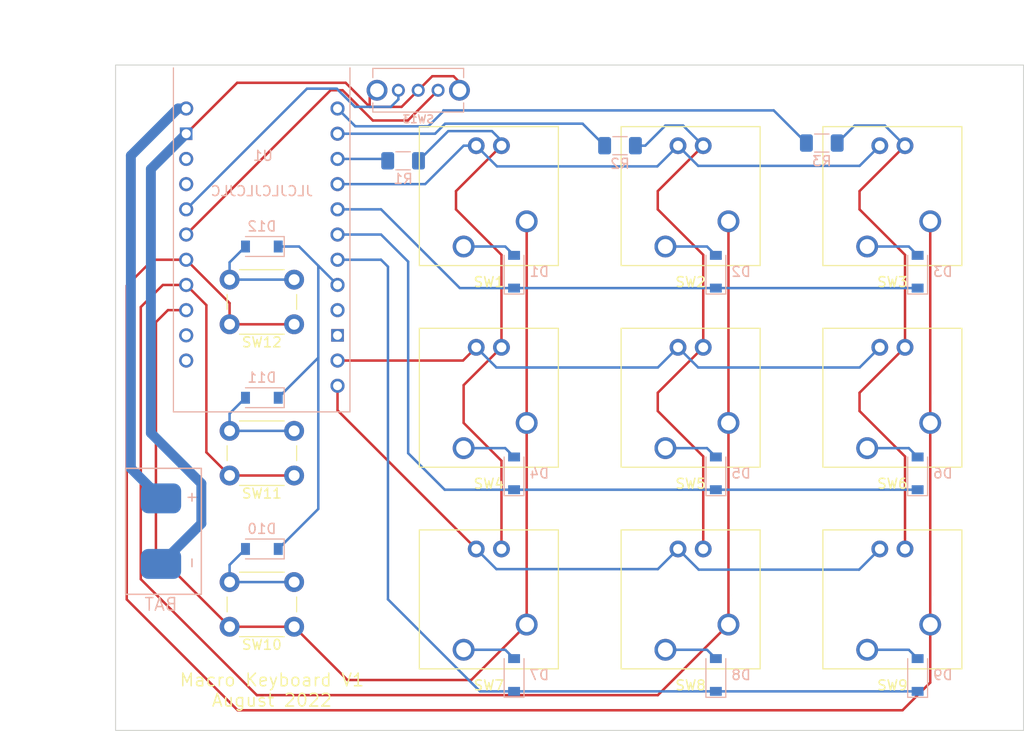
<source format=kicad_pcb>
(kicad_pcb (version 20211014) (generator pcbnew)
  (title_block (title "Macro Keyboard V1") (date "2022-08-28"))
  (layers (0 "F.Cu" signal) (31 "B.Cu" signal) (34 "B.Paste" user) (35 "F.Paste" user) (36 "B.SilkS" user "B.Silkscreen") (37 "F.SilkS" user "F.Silkscreen") (38 "B.Mask" user) (39 "F.Mask" user) (44 "Edge.Cuts" user))
  (net 0 "")
  (net 1 "ROW1")
  (net 2 "ROW2")
  (net 4 "ROW3")
  (net 7 "ROW4")
  (net 8 "COL1")
  (net 9 "COL2")
  (net 10 "Net-(D1-Pad2)")
  (net 11 "Net-(D2-Pad2)")
  (net 12 "GND")
  (net 14 "COL3")
  (net 15 "SPDT2")
  (net 16 "Net-(D3-Pad2)")
  (net 17 "SPDT1")
  (net 18 "Net-(D4-Pad2)")
  (net 19 "Net-(D5-Pad2)")
  (net 20 "Net-(D6-Pad2)")
  (net 22 "Net-(D7-Pad2)")
  (net 23 "Net-(D8-Pad2)")
  (net 24 "Net-(D9-Pad2)")
  (net 26 "Net-(D10-Pad2)")
  (net 27 "Net-(D11-Pad2)")
  (net 28 "Net-(D12-Pad2)")
  (net 29 "+BATT")
  (net 30 "LED_ROW3")
  (net 31 "LED_ROW2")
  (net 32 "LED_ROW1")
  (net 33 "LED_COL1")
  (net 34 "LED_COL2")
  (net 35 "LED_COL3")
  (net 36 "Net-(R1-Pad2)")
  (net 37 "Net-(R2-Pad2)")
  (net 38 "Net-(R3-Pad2)")
  (footprint "Macro-Keyboard-footprints:CherryMX_1.00u_LED" (layer "F.Cu") (at 73.66 76.2 180)
    (fp_text reference "SW7" (at 0 -8.6625 180) (layer "F.SilkS"))
    (fp_text value "Cherry MX")
    (fp_line (start 7 7) (end -7 7) (layer "F.SilkS") (width 0.12))
    (fp_line (start -7 -7) (end 7 -7) (layer "F.SilkS") (width 0.12))
    (fp_line (start 7 -7) (end 7 7) (layer "F.SilkS") (width 0.12))
    (fp_line (start -7 -7) (end -7 7) (layer "F.SilkS") (width 0.12))
    (pad "" np_thru_hole circle (at 5.08 0 180) (size 1.7 1.7) (drill 1.7) (layers *.Cu *.Mask))
    (pad "" np_thru_hole circle (at -5.08 0 180) (size 1.7 1.7) (drill 1.7) (layers *.Cu *.Mask))
    (pad "" np_thru_hole circle (at 0 0 180) (size 4 4) (drill 4) (layers *.Cu *.Mask))
    (pad "1" thru_hole circle (at -3.81 -2.54 180) (size 2.2 2.2) (drill 1.5) (layers *.Cu *.Mask) (net 8 "COL1"))
    (pad "2" thru_hole circle (at 2.54 -5.08 180) (size 2.2 2.2) (drill 1.5) (layers *.Cu *.Mask) (net 22 "Net-(D7-Pad2)"))
    (pad "3" thru_hole circle (at -1.27 5.08 180) (size 1.6906 1.6906) (drill 0.9906) (layers *.Cu *.Mask) (net 36 "Net-(R1-Pad2)"))
    (pad "4" thru_hole circle (at 1.27 5.08 180) (size 1.6906 1.6906) (drill 0.9906) (layers *.Cu *.Mask) (net 30 "LED_ROW3"))
  )
  (footprint "Macro-Keyboard-footprints:CherryMX_1.00u_LED" (layer "F.Cu") (at 93.98 76.2 180)
    (fp_text reference "SW8" (at 0 -8.6625 180) (layer "F.SilkS"))
    (fp_text value "Cherry MX")
    (fp_line (start -7 -7) (end -7 7) (layer "F.SilkS") (width 0.12))
    (fp_line (start 7 7) (end -7 7) (layer "F.SilkS") (width 0.12))
    (fp_line (start -7 -7) (end 7 -7) (layer "F.SilkS") (width 0.12))
    (fp_line (start 7 -7) (end 7 7) (layer "F.SilkS") (width 0.12))
    (pad "" np_thru_hole circle (at 5.08 0 180) (size 1.7 1.7) (drill 1.7) (layers *.Cu *.Mask))
    (pad "" np_thru_hole circle (at 0 0 180) (size 4 4) (drill 4) (layers *.Cu *.Mask))
    (pad "" np_thru_hole circle (at -5.08 0 180) (size 1.7 1.7) (drill 1.7) (layers *.Cu *.Mask))
    (pad "1" thru_hole circle (at -3.81 -2.54 180) (size 2.2 2.2) (drill 1.5) (layers *.Cu *.Mask) (net 9 "COL2"))
    (pad "2" thru_hole circle (at 2.54 -5.08 180) (size 2.2 2.2) (drill 1.5) (layers *.Cu *.Mask) (net 23 "Net-(D8-Pad2)"))
    (pad "3" thru_hole circle (at -1.27 5.08 180) (size 1.6906 1.6906) (drill 0.9906) (layers *.Cu *.Mask) (net 37 "Net-(R2-Pad2)"))
    (pad "4" thru_hole circle (at 1.27 5.08 180) (size 1.6906 1.6906) (drill 0.9906) (layers *.Cu *.Mask) (net 30 "LED_ROW3"))
  )
  (footprint "Macro-Keyboard-footprints:CherryMX_1.00u_LED" (layer "F.Cu") (at 93.98 35.56 180)
    (fp_text reference "SW2" (at 0 -8.6625 180) (layer "F.SilkS"))
    (fp_text value "Cherry MX")
    (fp_line (start -7 -7) (end -7 7) (layer "F.SilkS") (width 0.12))
    (fp_line (start -7 -7) (end 7 -7) (layer "F.SilkS") (width 0.12))
    (fp_line (start 7 7) (end -7 7) (layer "F.SilkS") (width 0.12))
    (fp_line (start 7 -7) (end 7 7) (layer "F.SilkS") (width 0.12))
    (pad "" np_thru_hole circle (at 0 0 180) (size 4 4) (drill 4) (layers *.Cu *.Mask))
    (pad "" np_thru_hole circle (at -5.08 0 180) (size 1.7 1.7) (drill 1.7) (layers *.Cu *.Mask))
    (pad "" np_thru_hole circle (at 5.08 0 180) (size 1.7 1.7) (drill 1.7) (layers *.Cu *.Mask))
    (pad "1" thru_hole circle (at -3.81 -2.54 180) (size 2.2 2.2) (drill 1.5) (layers *.Cu *.Mask) (net 9 "COL2"))
    (pad "2" thru_hole circle (at 2.54 -5.08 180) (size 2.2 2.2) (drill 1.5) (layers *.Cu *.Mask) (net 11 "Net-(D2-Pad2)"))
    (pad "3" thru_hole circle (at -1.27 5.08 180) (size 1.6906 1.6906) (drill 0.9906) (layers *.Cu *.Mask) (net 37 "Net-(R2-Pad2)"))
    (pad "4" thru_hole circle (at 1.27 5.08 180) (size 1.6906 1.6906) (drill 0.9906) (layers *.Cu *.Mask) (net 32 "LED_ROW1"))
  )
  (footprint "MountingHole:MountingHole_2.7mm_M2.5" (layer "F.Cu") (at 124.46 86.36)
    (fp_text reference "REF**" hide)
    (fp_text value "MountingHole_2.7mm_M2.5" hide)
    (pad "" np_thru_hole circle (at 0 0) (size 2.7 2.7) (drill 2.7) (layers *.Cu *.Mask))
  )
  (footprint "Macro-Keyboard-footprints:CherryMX_1.00u_LED" (layer "F.Cu") (at 114.3 55.88 180)
    (fp_text reference "SW6" (at 0 -8.6625 180) (layer "F.SilkS"))
    (fp_text value "Cherry MX")
    (fp_line (start 7 7) (end -7 7) (layer "F.SilkS") (width 0.12))
    (fp_line (start -7 -7) (end 7 -7) (layer "F.SilkS") (width 0.12))
    (fp_line (start -7 -7) (end -7 7) (layer "F.SilkS") (width 0.12))
    (fp_line (start 7 -7) (end 7 7) (layer "F.SilkS") (width 0.12))
    (pad "" np_thru_hole circle (at -5.08 0 180) (size 1.7 1.7) (drill 1.7) (layers *.Cu *.Mask))
    (pad "" np_thru_hole circle (at 5.08 0 180) (size 1.7 1.7) (drill 1.7) (layers *.Cu *.Mask))
    (pad "" np_thru_hole circle (at 0 0 180) (size 4 4) (drill 4) (layers *.Cu *.Mask))
    (pad "1" thru_hole circle (at -3.81 -2.54 180) (size 2.2 2.2) (drill 1.5) (layers *.Cu *.Mask) (net 14 "COL3"))
    (pad "2" thru_hole circle (at 2.54 -5.08 180) (size 2.2 2.2) (drill 1.5) (layers *.Cu *.Mask) (net 20 "Net-(D6-Pad2)"))
    (pad "3" thru_hole circle (at -1.27 5.08 180) (size 1.6906 1.6906) (drill 0.9906) (layers *.Cu *.Mask) (net 38 "Net-(R3-Pad2)"))
    (pad "4" thru_hole circle (at 1.27 5.08 180) (size 1.6906 1.6906) (drill 0.9906) (layers *.Cu *.Mask) (net 31 "LED_ROW2"))
  )
  (footprint "Button_Switch_THT:SW_PUSH_6mm_H5mm" (layer "F.Cu") (at 47.55 59.218)
    (fp_text reference "SW11" (at 3.25 6.314) (layer "F.SilkS"))
    (fp_text value "SW_Push" hide)
    (fp_line (start 5.5 -1) (end 1 -1) (layer "F.SilkS") (width 0.12))
    (fp_line (start 6.75 3) (end 6.75 1.5) (layer "F.SilkS") (width 0.12))
    (fp_line (start 1 5.5) (end 5.5 5.5) (layer "F.SilkS") (width 0.12))
    (fp_line (start -0.25 1.5) (end -0.25 3) (layer "F.SilkS") (width 0.12))
    (pad "1" thru_hole circle (at 6.5 0 90) (size 2 2) (drill 1.1) (layers *.Cu *.Mask) (net 27 "Net-(D11-Pad2)"))
    (pad "1" thru_hole circle (at 0 0 90) (size 2 2) (drill 1.1) (layers *.Cu *.Mask) (net 27 "Net-(D11-Pad2)"))
    (pad "2" thru_hole circle (at 6.5 4.5 90) (size 2 2) (drill 1.1) (layers *.Cu *.Mask) (net 9 "COL2"))
    (pad "2" thru_hole circle (at 0 4.5 90) (size 2 2) (drill 1.1) (layers *.Cu *.Mask) (net 9 "COL2"))
  )
  (footprint "Macro-Keyboard-footprints:CherryMX_1.00u_LED" (layer "F.Cu") (at 73.66 55.88 180)
    (fp_text reference "SW4" (at 0 -8.6625 180) (layer "F.SilkS"))
    (fp_text value "Cherry MX")
    (fp_line (start 7 7) (end -7 7) (layer "F.SilkS") (width 0.12))
    (fp_line (start -7 -7) (end 7 -7) (layer "F.SilkS") (width 0.12))
    (fp_line (start 7 -7) (end 7 7) (layer "F.SilkS") (width 0.12))
    (fp_line (start -7 -7) (end -7 7) (layer "F.SilkS") (width 0.12))
    (pad "" np_thru_hole circle (at 5.08 0 180) (size 1.7 1.7) (drill 1.7) (layers *.Cu *.Mask))
    (pad "" np_thru_hole circle (at -5.08 0 180) (size 1.7 1.7) (drill 1.7) (layers *.Cu *.Mask))
    (pad "" np_thru_hole circle (at 0 0 180) (size 4 4) (drill 4) (layers *.Cu *.Mask))
    (pad "1" thru_hole circle (at -3.81 -2.54 180) (size 2.2 2.2) (drill 1.5) (layers *.Cu *.Mask) (net 8 "COL1"))
    (pad "2" thru_hole circle (at 2.54 -5.08 180) (size 2.2 2.2) (drill 1.5) (layers *.Cu *.Mask) (net 18 "Net-(D4-Pad2)"))
    (pad "3" thru_hole circle (at -1.27 5.08 180) (size 1.6906 1.6906) (drill 0.9906) (layers *.Cu *.Mask) (net 36 "Net-(R1-Pad2)"))
    (pad "4" thru_hole circle (at 1.27 5.08 180) (size 1.6906 1.6906) (drill 0.9906) (layers *.Cu *.Mask) (net 31 "LED_ROW2"))
  )
  (footprint "Macro-Keyboard-footprints:CherryMX_1.00u_LED" (layer "F.Cu") (at 114.3 76.2 180)
    (fp_text reference "SW9" (at 0 -8.6625 180) (layer "F.SilkS"))
    (fp_text value "Cherry MX")
    (fp_line (start 7 -7) (end 7 7) (layer "F.SilkS") (width 0.12))
    (fp_line (start 7 7) (end -7 7) (layer "F.SilkS") (width 0.12))
    (fp_line (start -7 -7) (end -7 7) (layer "F.SilkS") (width 0.12))
    (fp_line (start -7 -7) (end 7 -7) (layer "F.SilkS") (width 0.12))
    (pad "" np_thru_hole circle (at 5.08 0 180) (size 1.7 1.7) (drill 1.7) (layers *.Cu *.Mask))
    (pad "" np_thru_hole circle (at -5.08 0 180) (size 1.7 1.7) (drill 1.7) (layers *.Cu *.Mask))
    (pad "" np_thru_hole circle (at 0 0 180) (size 4 4) (drill 4) (layers *.Cu *.Mask))
    (pad "1" thru_hole circle (at -3.81 -2.54 180) (size 2.2 2.2) (drill 1.5) (layers *.Cu *.Mask) (net 14 "COL3"))
    (pad "2" thru_hole circle (at 2.54 -5.08 180) (size 2.2 2.2) (drill 1.5) (layers *.Cu *.Mask) (net 24 "Net-(D9-Pad2)"))
    (pad "3" thru_hole circle (at -1.27 5.08 180) (size 1.6906 1.6906) (drill 0.9906) (layers *.Cu *.Mask) (net 38 "Net-(R3-Pad2)"))
    (pad "4" thru_hole circle (at 1.27 5.08 180) (size 1.6906 1.6906) (drill 0.9906) (layers *.Cu *.Mask) (net 30 "LED_ROW3"))
  )
  (footprint "Macro-Keyboard-footprints:CherryMX_1.00u_LED" (layer "F.Cu") (at 73.66 35.56 180)
    (fp_text reference "SW1" (at 0 -8.6625 180) (layer "F.SilkS"))
    (fp_text value "Cherry MX")
    (fp_line (start -7 -7) (end -7 7) (layer "F.SilkS") (width 0.12))
    (fp_line (start 7 7) (end -7 7) (layer "F.SilkS") (width 0.12))
    (fp_line (start -7 -7) (end 7 -7) (layer "F.SilkS") (width 0.12))
    (fp_line (start 7 -7) (end 7 7) (layer "F.SilkS") (width 0.12))
    (pad "" np_thru_hole circle (at 5.08 0 180) (size 1.7 1.7) (drill 1.7) (layers *.Cu *.Mask))
    (pad "" np_thru_hole circle (at -5.08 0 180) (size 1.7 1.7) (drill 1.7) (layers *.Cu *.Mask))
    (pad "" np_thru_hole circle (at 0 0 180) (size 4 4) (drill 4) (layers *.Cu *.Mask))
    (pad "1" thru_hole circle (at -3.81 -2.54 180) (size 2.2 2.2) (drill 1.5) (layers *.Cu *.Mask) (net 8 "COL1"))
    (pad "2" thru_hole circle (at 2.54 -5.08 180) (size 2.2 2.2) (drill 1.5) (layers *.Cu *.Mask) (net 10 "Net-(D1-Pad2)"))
    (pad "3" thru_hole circle (at -1.27 5.08 180) (size 1.6906 1.6906) (drill 0.9906) (layers *.Cu *.Mask) (net 36 "Net-(R1-Pad2)"))
    (pad "4" thru_hole circle (at 1.27 5.08 180) (size 1.6906 1.6906) (drill 0.9906) (layers *.Cu *.Mask) (net 32 "LED_ROW1"))
  )
  (footprint "Macro-Keyboard-footprints:CherryMX_1.00u_LED" (layer "F.Cu") (at 93.98 55.88 180)
    (fp_text reference "SW5" (at 0 -8.6625 180) (layer "F.SilkS"))
    (fp_text value "Cherry MX")
    (fp_line (start 7 -7) (end 7 7) (layer "F.SilkS") (width 0.12))
    (fp_line (start -7 -7) (end -7 7) (layer "F.SilkS") (width 0.12))
    (fp_line (start -7 -7) (end 7 -7) (layer "F.SilkS") (width 0.12))
    (fp_line (start 7 7) (end -7 7) (layer "F.SilkS") (width 0.12))
    (pad "" np_thru_hole circle (at 5.08 0 180) (size 1.7 1.7) (drill 1.7) (layers *.Cu *.Mask))
    (pad "" np_thru_hole circle (at -5.08 0 180) (size 1.7 1.7) (drill 1.7) (layers *.Cu *.Mask))
    (pad "" np_thru_hole circle (at 0 0 180) (size 4 4) (drill 4) (layers *.Cu *.Mask))
    (pad "1" thru_hole circle (at -3.81 -2.54 180) (size 2.2 2.2) (drill 1.5) (layers *.Cu *.Mask) (net 9 "COL2"))
    (pad "2" thru_hole circle (at 2.54 -5.08 180) (size 2.2 2.2) (drill 1.5) (layers *.Cu *.Mask) (net 19 "Net-(D5-Pad2)"))
    (pad "3" thru_hole circle (at -1.27 5.08 180) (size 1.6906 1.6906) (drill 0.9906) (layers *.Cu *.Mask) (net 37 "Net-(R2-Pad2)"))
    (pad "4" thru_hole circle (at 1.27 5.08 180) (size 1.6906 1.6906) (drill 0.9906) (layers *.Cu *.Mask) (net 31 "LED_ROW2"))
  )
  (footprint "MountingHole:MountingHole_2.7mm_M2.5" (layer "F.Cu") (at 39.116 86.36)
    (fp_text reference "REF**" hide)
    (fp_text value "MountingHole_2.7mm_M2.5" hide)
    (pad "" np_thru_hole circle (at 0 0) (size 2.7 2.7) (drill 2.7) (layers *.Cu *.Mask))
  )
  (footprint "MountingHole:MountingHole_2.7mm_M2.5" (layer "F.Cu") (at 39.116 25.4)
    (fp_text reference "REF**" hide)
    (fp_text value "MountingHole_2.7mm_M2.5" hide)
    (pad "" np_thru_hole circle (at 0 0) (size 2.7 2.7) (drill 2.7) (layers *.Cu *.Mask))
  )
  (footprint "Button_Switch_THT:SW_PUSH_6mm_H5mm" (layer "F.Cu") (at 47.55 74.458)
    (fp_text reference "SW10" (at 3.25 6.314) (layer "F.SilkS"))
    (fp_text value "SW_Push" hide)
    (fp_line (start -0.25 1.5) (end -0.25 3) (layer "F.SilkS") (width 0.12))
    (fp_line (start 6.75 3) (end 6.75 1.5) (layer "F.SilkS") (width 0.12))
    (fp_line (start 1 5.5) (end 5.5 5.5) (layer "F.SilkS") (width 0.12))
    (fp_line (start 5.5 -1) (end 1 -1) (layer "F.SilkS") (width 0.12))
    (pad "1" thru_hole circle (at 0 0 90) (size 2 2) (drill 1.1) (layers *.Cu *.Mask) (net 26 "Net-(D10-Pad2)"))
    (pad "1" thru_hole circle (at 6.5 0 90) (size 2 2) (drill 1.1) (layers *.Cu *.Mask) (net 26 "Net-(D10-Pad2)"))
    (pad "2" thru_hole circle (at 6.5 4.5 90) (size 2 2) (drill 1.1) (layers *.Cu *.Mask) (net 8 "COL1"))
    (pad "2" thru_hole circle (at 0 4.5 90) (size 2 2) (drill 1.1) (layers *.Cu *.Mask) (net 8 "COL1"))
  )
  (footprint "Macro-Keyboard-footprints:CherryMX_1.00u_LED" (layer "F.Cu") (at 114.3 35.56 180)
    (fp_text reference "SW3" (at 0 -8.6625 180) (layer "F.SilkS"))
    (fp_text value "Cherry MX")
    (fp_line (start -7 -7) (end 7 -7) (layer "F.SilkS") (width 0.12))
    (fp_line (start 7 7) (end -7 7) (layer "F.SilkS") (width 0.12))
    (fp_line (start -7 -7) (end -7 7) (layer "F.SilkS") (width 0.12))
    (fp_line (start 7 -7) (end 7 7) (layer "F.SilkS") (width 0.12))
    (pad "" np_thru_hole circle (at 0 0 180) (size 4 4) (drill 4) (layers *.Cu *.Mask))
    (pad "" np_thru_hole circle (at -5.08 0 180) (size 1.7 1.7) (drill 1.7) (layers *.Cu *.Mask))
    (pad "" np_thru_hole circle (at 5.08 0 180) (size 1.7 1.7) (drill 1.7) (layers *.Cu *.Mask))
    (pad "1" thru_hole circle (at -3.81 -2.54 180) (size 2.2 2.2) (drill 1.5) (layers *.Cu *.Mask) (net 14 "COL3"))
    (pad "2" thru_hole circle (at 2.54 -5.08 180) (size 2.2 2.2) (drill 1.5) (layers *.Cu *.Mask) (net 16 "Net-(D3-Pad2)"))
    (pad "3" thru_hole circle (at -1.27 5.08 180) (size 1.6906 1.6906) (drill 0.9906) (layers *.Cu *.Mask) (net 38 "Net-(R3-Pad2)"))
    (pad "4" thru_hole circle (at 1.27 5.08 180) (size 1.6906 1.6906) (drill 0.9906) (layers *.Cu *.Mask) (net 32 "LED_ROW1"))
  )
  (footprint "MountingHole:MountingHole_2.7mm_M2.5" (layer "F.Cu") (at 124.46 25.4)
    (fp_text reference "REF**" hide)
    (fp_text value "MountingHole_2.7mm_M2.5" hide)
    (pad "" np_thru_hole circle (at 0 0) (size 2.7 2.7) (drill 2.7) (layers *.Cu *.Mask))
  )
  (footprint "Button_Switch_THT:SW_PUSH_6mm_H5mm" (layer "F.Cu") (at 47.55 43.978)
    (fp_text reference "SW12" (at 3.25 6.314) (layer "F.SilkS"))
    (fp_text value "SW_Push" hide)
    (fp_line (start 6.75 3) (end 6.75 1.5) (layer "F.SilkS") (width 0.12))
    (fp_line (start -0.25 1.5) (end -0.25 3) (layer "F.SilkS") (width 0.12))
    (fp_line (start 1 5.5) (end 5.5 5.5) (layer "F.SilkS") (width 0.12))
    (fp_line (start 5.5 -1) (end 1 -1) (layer "F.SilkS") (width 0.12))
    (pad "1" thru_hole circle (at 6.5 0 90) (size 2 2) (drill 1.1) (layers *.Cu *.Mask) (net 28 "Net-(D12-Pad2)"))
    (pad "1" thru_hole circle (at 0 0 90) (size 2 2) (drill 1.1) (layers *.Cu *.Mask) (net 28 "Net-(D12-Pad2)"))
    (pad "2" thru_hole circle (at 0 4.5 90) (size 2 2) (drill 1.1) (layers *.Cu *.Mask) (net 14 "COL3"))
    (pad "2" thru_hole circle (at 6.5 4.5 90) (size 2 2) (drill 1.1) (layers *.Cu *.Mask) (net 14 "COL3"))
  )
  (footprint "Diode_SMD:D_SOD-123" (layer "B.Cu") (at 116.84 43.18 90)
    (fp_text reference "D3" (at 0 2.54 180) (layer "B.SilkS") (effects (justify mirror)))
    (fp_text value "1N4148")
    (fp_line (start -2.25 -1) (end 1.65 -1) (layer "B.SilkS") (width 0.12))
    (fp_line (start -2.25 1) (end 1.65 1) (layer "B.SilkS") (width 0.12))
    (fp_line (start -2.25 1) (end -2.25 -1) (layer "B.SilkS") (width 0.12))
    (pad "1" smd rect (at -1.65 0 90) (size 0.9 1.2) (layers "B.Cu" "B.Paste" "B.Mask") (net 1 "ROW1"))
    (pad "2" smd rect (at 1.65 0 90) (size 0.9 1.2) (layers "B.Cu" "B.Paste" "B.Mask") (net 16 "Net-(D3-Pad2)"))
  )
  (footprint "Macro-Keyboard-footprints:SK12D07VG4" (layer "B.Cu") (at 66.548 24.892)
    (fp_text reference "SW13" (at 0 2.921) (layer "B.SilkS") (effects (font (size 0.787402 0.787402)) (justify mirror)))
    (fp_text value "SW_SPDT")
    (fp_line (start -4.572 -2.2) (end -4.572 -1.27) (layer "B.SilkS") (width 0.12))
    (fp_line (start 4.572 -2.2) (end -4.572 -2.2) (layer "B.SilkS") (width 0.12))
    (fp_line (start -4.572 2.2) (end 4.572 2.2) (layer "B.SilkS") (width 0.12))
    (fp_line (start 4.572 2.2) (end 4.572 1.27) (layer "B.SilkS") (width 0.12))
    (fp_line (start -4.572 1.27) (end -4.572 2.2) (layer "B.SilkS") (width 0.12))
    (fp_line (start 4.572 -2.2) (end 4.572 -1.27) (layer "B.SilkS") (width 0.12))
    (pad "1" thru_hole circle (at -2 0) (size 1.308 1.308) (drill 0.8) (layers *.Cu *.Mask) (net 17 "SPDT1"))
    (pad "2" thru_hole circle (at 0 0) (size 1.308 1.308) (drill 0.8) (layers *.Cu *.Mask) (net 12 "GND"))
    (pad "3" thru_hole circle (at 2 0) (size 1.308 1.308) (drill 0.8) (layers *.Cu *.Mask) (net 15 "SPDT2"))
    (pad "M1" thru_hole circle (at -4.15 0) (size 2.1 2.1) (drill 1.4) (layers *.Cu *.Mask) (net 12 "GND"))
    (pad "M2" thru_hole circle (at 4.15 0) (size 2.1 2.1) (drill 1.4) (layers *.Cu *.Mask) (net 12 "GND"))
  )
  (footprint "Resistor_SMD:R_1206_3216Metric_Pad1.30x1.75mm_HandSolder" (layer "B.Cu") (at 86.868 30.48)
    (fp_text reference "R2" (at 0 1.82) (layer "B.SilkS") (effects (justify mirror)))
    (fp_text value "150")
    (fp_line (start -0.727064 -0.91) (end 0.727064 -0.91) (layer "B.SilkS") (width 0.12))
    (fp_line (start -0.727064 0.91) (end 0.727064 0.91) (layer "B.SilkS") (width 0.12))
    (pad "1" smd roundrect (at -1.55 0) (size 1.3 1.75) (layers "B.Cu" "B.Paste" "B.Mask") (roundrect_rratio 0.1923076923) (net 34 "LED_COL2"))
    (pad "2" smd roundrect (at 1.55 0) (size 1.3 1.75) (layers "B.Cu" "B.Paste" "B.Mask") (roundrect_rratio 0.1923076923) (net 37 "Net-(R2-Pad2)"))
  )
  (footprint "Diode_SMD:D_SOD-123" (layer "B.Cu") (at 50.8 71.12 180)
    (fp_text reference "D10" (at 0 2.032) (layer "B.SilkS") (effects (justify mirror)))
    (fp_text value "1N4148" hide)
    (fp_line (start -2.25 -1) (end 1.65 -1) (layer "B.SilkS") (width 0.12))
    (fp_line (start -2.25 1) (end -2.25 -1) (layer "B.SilkS") (width 0.12))
    (fp_line (start -2.25 1) (end 1.65 1) (layer "B.SilkS") (width 0.12))
    (pad "1" smd rect (at -1.65 0 180) (size 0.9 1.2) (layers "B.Cu" "B.Paste" "B.Mask") (net 7 "ROW4"))
    (pad "2" smd rect (at 1.65 0 180) (size 0.9 1.2) (layers "B.Cu" "B.Paste" "B.Mask") (net 26 "Net-(D10-Pad2)"))
  )
  (footprint "Macro-Keyboard-footprints:TinyS3" (layer "B.Cu") (at 50.91 40.669638 180)
    (fp_text reference "U1" (at 0 9.173638 unlocked) (layer "B.SilkS") (effects (justify mirror)))
    (fp_text value "TinyS3")
    (fp_line (start 9.017 18.034) (end 9.017 -16.637) (layer "B.SilkS") (width 0.12))
    (fp_line (start -8.763 -16.637) (end -8.763 18.034) (layer "B.SilkS") (width 0.12))
    (fp_line (start 9.017 -16.637) (end -8.763 -16.637) (layer "B.SilkS") (width 0.12))
    (pad "1" thru_hole circle (at 7.73 13.936 180) (size 1.4224 1.4224) (drill 0.9144) (layers *.Cu *.Mask) (net 29 "+BATT"))
    (pad "2" thru_hole rect (at 7.73 11.396 180) (size 1.27 1.27) (drill 0.9144) (layers *.Cu *.Mask) (net 12 "GND"))
    (pad "3" thru_hole circle (at 7.73 8.856 180) (size 1.4224 1.4224) (drill 0.9144) (layers *.Cu *.Mask))
    (pad "4" thru_hole circle (at 7.73 6.316 180) (size 1.4224 1.4224) (drill 0.9144) (layers *.Cu *.Mask))
    (pad "5" thru_hole circle (at 7.73 3.776 180) (size 1.4224 1.4224) (drill 0.9144) (layers *.Cu *.Mask) (net 17 "SPDT1"))
    (pad "6" thru_hole circle (at 7.73 1.236 180) (size 1.4224 1.4224) (drill 0.9144) (layers *.Cu *.Mask) (net 15 "SPDT2"))
    (pad "7" thru_hole circle (at 7.73 -1.304 180) (size 1.4224 1.4224) (drill 0.9144) (layers *.Cu *.Mask) (net 14 "COL3"))
    (pad "8" thru_hole circle (at 7.73 -3.844 180) (size 1.4224 1.4224) (drill 0.9144) (layers *.Cu *.Mask) (net 9 "COL2"))
    (pad "9" thru_hole circle (at 7.73 -6.384 180) (size 1.4224 1.4224) (drill 0.9144) (layers *.Cu *.Mask) (net 8 "COL1"))
    (pad "10" thru_hole circle (at 7.73 -8.924 180) (size 1.4224 1.4224) (drill 0.9144) (layers *.Cu *.Mask))
    (pad "11" thru_hole circle (at 7.73 -11.464 180) (size 1.4224 1.4224) (drill 0.9144) (layers *.Cu *.Mask))
    (pad "12" thru_hole circle (at -7.51 -14.004 180) (size 1.4224 1.4224) (drill 0.9) (layers *.Cu *.Mask) (net 30 "LED_ROW3"))
    (pad "13" thru_hole circle (at -7.51 -11.464 180) (size 1.4224 1.4224) (drill 0.9) (layers *.Cu *.Mask) (net 31 "LED_ROW2"))
    (pad "14" thru_hole rect (at -7.51 -8.924 180) (size 1.27 1.27) (drill 0.9) (layers *.Cu *.Mask))
    (pad "15" thru_hole circle (at -7.51 -6.384 180) (size 1.4224 1.4224) (drill 0.9) (layers *.Cu *.Mask))
    (pad "16" thru_hole circle (at -7.51 -3.844 180) (size 1.4224 1.4224) (drill 0.9) (layers *.Cu *.Mask) (net 7 "ROW4"))
    (pad "17" thru_hole circle (at -7.51 -1.304 180) (size 1.4224 1.4224) (drill 0.9) (layers *.Cu *.Mask) (net 4 "ROW3"))
    (pad "18" thru_hole circle (at -7.51 1.236 180) (size 1.4224 1.4224) (drill 0.9) (layers *.Cu *.Mask) (net 2 "ROW2"))
    (pad "19" thru_hole circle (at -7.51 3.776 180) (size 1.4224 1.4224) (drill 0.9) (layers *.Cu *.Mask) (net 1 "ROW1"))
    (pad "20" thru_hole circle (at -7.51 6.316 180) (size 1.4224 1.4224) (drill 0.9) (layers *.Cu *.Mask) (net 32 "LED_ROW1"))
    (pad "21" thru_hole circle (at -7.51 8.856 180) (size 1.4224 1.4224) (drill 0.9) (layers *.Cu *.Mask) (net 33 "LED_COL1"))
    (pad "22" thru_hole circle (at -7.51 11.396 180) (size 1.4224 1.4224) (drill 0.9) (layers *.Cu *.Mask) (net 34 "LED_COL2"))
    (pad "23" thru_hole circle (at -7.51 13.936 180) (size 1.4224 1.4224) (drill 0.9) (layers *.Cu *.Mask) (net 35 "LED_COL3"))
  )
  (footprint "Macro-Keyboard-footprints:SolderWirePad_1x01_SMD_3x4mm" (layer "B.Cu") (at 40.64 72.644 90)
    (fp_text reference "-" (at 0.127 3.048 90) (layer "B.SilkS") (effects (justify mirror)))
    (fp_text value "SolderWirePad_1x01_SMD_3x4mm" hide)
    (pad "1" smd roundrect (at 0.016875 0 90) (size 3.01425 4.064) (layers "B.Cu" "B.Paste" "B.Mask") (roundrect_rratio 0.2500001659) (net 12 "GND"))
  )
  (footprint "Macro-Keyboard-footprints:SolderWirePad_1x01_SMD_3x4mm" (layer "B.Cu") (at 40.64 66.04 90)
    (fp_text reference "+" (at 0.127 3.048 90) (layer "B.SilkS") (effects (justify mirror)))
    (fp_text value "SolderWirePad_1x01_SMD_3x4mm" hide)
    (pad "1" smd roundrect (at 0.016875 0 90) (size 3.01425 4.064) (layers "B.Cu" "B.Paste" "B.Mask") (roundrect_rratio 0.2500001659) (net 29 "+BATT"))
  )
  (footprint "Diode_SMD:D_SOD-123" (layer "B.Cu") (at 76.2 43.18 90)
    (fp_text reference "D1" (at 0 2.54 180) (layer "B.SilkS") (effects (justify mirror)))
    (fp_text value "1N4148")
    (fp_line (start -2.25 1) (end 1.65 1) (layer "B.SilkS") (width 0.12))
    (fp_line (start -2.25 -1) (end 1.65 -1) (layer "B.SilkS") (width 0.12))
    (fp_line (start -2.25 1) (end -2.25 -1) (layer "B.SilkS") (width 0.12))
    (pad "1" smd rect (at -1.65 0 90) (size 0.9 1.2) (layers "B.Cu" "B.Paste" "B.Mask") (net 1 "ROW1"))
    (pad "2" smd rect (at 1.65 0 90) (size 0.9 1.2) (layers "B.Cu" "B.Paste" "B.Mask") (net 10 "Net-(D1-Pad2)"))
  )
  (footprint "Resistor_SMD:R_1206_3216Metric_Pad1.30x1.75mm_HandSolder" (layer "B.Cu") (at 107.188 30.214)
    (fp_text reference "R3" (at 0 1.82) (layer "B.SilkS") (effects (justify mirror)))
    (fp_text value "150")
    (fp_line (start -0.727064 0.91) (end 0.727064 0.91) (layer "B.SilkS") (width 0.12))
    (fp_line (start -0.727064 -0.91) (end 0.727064 -0.91) (layer "B.SilkS") (width 0.12))
    (pad "1" smd roundrect (at -1.55 0) (size 1.3 1.75) (layers "B.Cu" "B.Paste" "B.Mask") (roundrect_rratio 0.1923076923) (net 35 "LED_COL3"))
    (pad "2" smd roundrect (at 1.55 0) (size 1.3 1.75) (layers "B.Cu" "B.Paste" "B.Mask") (roundrect_rratio 0.1923076923) (net 38 "Net-(R3-Pad2)"))
  )
  (footprint "Diode_SMD:D_SOD-123" (layer "B.Cu") (at 96.52 43.18 90)
    (fp_text reference "D2" (at 0 2.54 180) (layer "B.SilkS") (effects (justify mirror)))
    (fp_text value "1N4148")
    (fp_line (start -2.25 1) (end 1.65 1) (layer "B.SilkS") (width 0.12))
    (fp_line (start -2.25 -1) (end 1.65 -1) (layer "B.SilkS") (width 0.12))
    (fp_line (start -2.25 1) (end -2.25 -1) (layer "B.SilkS") (width 0.12))
    (pad "1" smd rect (at -1.65 0 90) (size 0.9 1.2) (layers "B.Cu" "B.Paste" "B.Mask") (net 1 "ROW1"))
    (pad "2" smd rect (at 1.65 0 90) (size 0.9 1.2) (layers "B.Cu" "B.Paste" "B.Mask") (net 11 "Net-(D2-Pad2)"))
  )
  (footprint "Diode_SMD:D_SOD-123" (layer "B.Cu") (at 96.52 83.82 90)
    (fp_text reference "D8" (at 0 2.54 180) (layer "B.SilkS") (effects (justify mirror)))
    (fp_text value "1N4148")
    (fp_line (start -2.25 1) (end -2.25 -1) (layer "B.SilkS") (width 0.12))
    (fp_line (start -2.25 1) (end 1.65 1) (layer "B.SilkS") (width 0.12))
    (fp_line (start -2.25 -1) (end 1.65 -1) (layer "B.SilkS") (width 0.12))
    (pad "1" smd rect (at -1.65 0 90) (size 0.9 1.2) (layers "B.Cu" "B.Paste" "B.Mask") (net 4 "ROW3"))
    (pad "2" smd rect (at 1.65 0 90) (size 0.9 1.2) (layers "B.Cu" "B.Paste" "B.Mask") (net 23 "Net-(D8-Pad2)"))
  )
  (footprint "Resistor_SMD:R_1206_3216Metric_Pad1.30x1.75mm_HandSolder" (layer "B.Cu") (at 65.024 32.004)
    (fp_text reference "R1" (at 0 1.82) (layer "B.SilkS") (effects (justify mirror)))
    (fp_text value "150")
    (fp_line (start -0.727064 0.91) (end 0.727064 0.91) (layer "B.SilkS") (width 0.12))
    (fp_line (start -0.727064 -0.91) (end 0.727064 -0.91) (layer "B.SilkS") (width 0.12))
    (pad "1" smd roundrect (at -1.55 0) (size 1.3 1.75) (layers "B.Cu" "B.Paste" "B.Mask") (roundrect_rratio 0.1923076923) (net 33 "LED_COL1"))
    (pad "2" smd roundrect (at 1.55 0) (size 1.3 1.75) (layers "B.Cu" "B.Paste" "B.Mask") (roundrect_rratio 0.1923076923) (net 36 "Net-(R1-Pad2)"))
  )
  (footprint "Diode_SMD:D_SOD-123" (layer "B.Cu") (at 96.52 63.5 90)
    (fp_text reference "D5" (at 0 2.54 180) (layer "B.SilkS") (effects (justify mirror)))
    (fp_text value "1N4148")
    (fp_line (start -2.25 1) (end -2.25 -1) (layer "B.SilkS") (width 0.12))
    (fp_line (start -2.25 -1) (end 1.65 -1) (layer "B.SilkS") (width 0.12))
    (fp_line (start -2.25 1) (end 1.65 1) (layer "B.SilkS") (width 0.12))
    (pad "1" smd rect (at -1.65 0 90) (size 0.9 1.2) (layers "B.Cu" "B.Paste" "B.Mask") (net 2 "ROW2"))
    (pad "2" smd rect (at 1.65 0 90) (size 0.9 1.2) (layers "B.Cu" "B.Paste" "B.Mask") (net 19 "Net-(D5-Pad2)"))
  )
  (footprint "Diode_SMD:D_SOD-123" (layer "B.Cu") (at 116.84 63.5 90)
    (fp_text reference "D6" (at 0 2.54 180) (layer "B.SilkS") (effects (justify mirror)))
    (fp_text value "1N4148")
    (fp_line (start -2.25 1) (end -2.25 -1) (layer "B.SilkS") (width 0.12))
    (fp_line (start -2.25 1) (end 1.65 1) (layer "B.SilkS") (width 0.12))
    (fp_line (start -2.25 -1) (end 1.65 -1) (layer "B.SilkS") (width 0.12))
    (pad "1" smd rect (at -1.65 0 90) (size 0.9 1.2) (layers "B.Cu" "B.Paste" "B.Mask") (net 2 "ROW2"))
    (pad "2" smd rect (at 1.65 0 90) (size 0.9 1.2) (layers "B.Cu" "B.Paste" "B.Mask") (net 20 "Net-(D6-Pad2)"))
  )
  (footprint "Diode_SMD:D_SOD-123" (layer "B.Cu") (at 76.2 83.82 90)
    (fp_text reference "D7" (at 0 2.54 180) (layer "B.SilkS") (effects (justify mirror)))
    (fp_text value "1N4148")
    (fp_line (start -2.25 1) (end -2.25 -1) (layer "B.SilkS") (width 0.12))
    (fp_line (start -2.25 -1) (end 1.65 -1) (layer "B.SilkS") (width 0.12))
    (fp_line (start -2.25 1) (end 1.65 1) (layer "B.SilkS") (width 0.12))
    (pad "1" smd rect (at -1.65 0 90) (size 0.9 1.2) (layers "B.Cu" "B.Paste" "B.Mask") (net 4 "ROW3"))
    (pad "2" smd rect (at 1.65 0 90) (size 0.9 1.2) (layers "B.Cu" "B.Paste" "B.Mask") (net 22 "Net-(D7-Pad2)"))
  )
  (footprint "Diode_SMD:D_SOD-123" (layer "B.Cu") (at 76.2 63.5 90)
    (fp_text reference "D4" (at 0 2.54 180) (layer "B.SilkS") (effects (justify mirror)))
    (fp_text value "1N4148")
    (fp_line (start -2.25 -1) (end 1.65 -1) (layer "B.SilkS") (width 0.12))
    (fp_line (start -2.25 1) (end 1.65 1) (layer "B.SilkS") (width 0.12))
    (fp_line (start -2.25 1) (end -2.25 -1) (layer "B.SilkS") (width 0.12))
    (pad "1" smd rect (at -1.65 0 90) (size 0.9 1.2) (layers "B.Cu" "B.Paste" "B.Mask") (net 2 "ROW2"))
    (pad "2" smd rect (at 1.65 0 90) (size 0.9 1.2) (layers "B.Cu" "B.Paste" "B.Mask") (net 18 "Net-(D4-Pad2)"))
  )
  (footprint "Diode_SMD:D_SOD-123" (layer "B.Cu") (at 50.8 40.64 180)
    (fp_text reference "D12" (at 0 2.032) (layer "B.SilkS") (effects (justify mirror)))
    (fp_text value "1N4148" hide)
    (fp_line (start -2.25 1) (end 1.65 1) (layer "B.SilkS") (width 0.12))
    (fp_line (start -2.25 1) (end -2.25 -1) (layer "B.SilkS") (width 0.12))
    (fp_line (start -2.25 -1) (end 1.65 -1) (layer "B.SilkS") (width 0.12))
    (pad "1" smd rect (at -1.65 0 180) (size 0.9 1.2) (layers "B.Cu" "B.Paste" "B.Mask") (net 7 "ROW4"))
    (pad "2" smd rect (at 1.65 0 180) (size 0.9 1.2) (layers "B.Cu" "B.Paste" "B.Mask") (net 28 "Net-(D12-Pad2)"))
  )
  (footprint "Diode_SMD:D_SOD-123" (layer "B.Cu") (at 50.8 55.88 180)
    (fp_text reference "D11" (at 0 2.032) (layer "B.SilkS") (effects (justify mirror)))
    (fp_text value "1N4148" hide)
    (fp_line (start -2.25 -1) (end 1.65 -1) (layer "B.SilkS") (width 0.12))
    (fp_line (start -2.25 1) (end 1.65 1) (layer "B.SilkS") (width 0.12))
    (fp_line (start -2.25 1) (end -2.25 -1) (layer "B.SilkS") (width 0.12))
    (pad "1" smd rect (at -1.65 0 180) (size 0.9 1.2) (layers "B.Cu" "B.Paste" "B.Mask") (net 7 "ROW4"))
    (pad "2" smd rect (at 1.65 0 180) (size 0.9 1.2) (layers "B.Cu" "B.Paste" "B.Mask") (net 27 "Net-(D11-Pad2)"))
  )
  (footprint "Diode_SMD:D_SOD-123" (layer "B.Cu") (at 116.84 83.82 90)
    (fp_text reference "D9" (at 0 2.54 180) (layer "B.SilkS") (effects (justify mirror)))
    (fp_text value "1N4148")
    (fp_line (start -2.25 1) (end -2.25 -1) (layer "B.SilkS") (width 0.12))
    (fp_line (start -2.25 1) (end 1.65 1) (layer "B.SilkS") (width 0.12))
    (fp_line (start -2.25 -1) (end 1.65 -1) (layer "B.SilkS") (width 0.12))
    (pad "1" smd rect (at -1.65 0 90) (size 0.9 1.2) (layers "B.Cu" "B.Paste" "B.Mask") (net 4 "ROW3"))
    (pad "2" smd rect (at 1.65 0 90) (size 0.9 1.2) (layers "B.Cu" "B.Paste" "B.Mask") (net 24 "Net-(D9-Pad2)"))
  )
  (gr_rect (start 44.704 62.992) (end 37.084 75.692) (layer "B.SilkS") (width 0.15) (fill none))
  (gr_rect (start 36.068 22.352) (end 127.508 89.408) (layer "Edge.Cuts") (width 0.1) (fill none))
  (gr_text "BAT" (at 40.64 76.708) (layer "B.SilkS") (effects (font (size 1.27 1.27)) (justify mirror)))
  (gr_text "JLCJLCJLCJLC" (at 50.8 35.052) (layer "B.SilkS") (effects (font (size 1 1)) (justify mirror)))
  (gr_text "Macro Keyboard V1\nAugust 2022" (at 51.816 85.344) (layer "F.SilkS") (effects (font (size 1.27 1.27))))
  (segment (start 70.738 44.83) (end 76.2 44.83) (width 0.25) (layer "B.Cu") (net 1))
  (segment (start 76.2 44.83) (end 96.52 44.83) (width 0.25) (layer "B.Cu") (net 1))
  (segment (start 96.52 44.83) (end 116.84 44.83) (width 0.25) (layer "B.Cu") (net 1))
  (segment (start 62.801638 36.893638) (end 70.738 44.83) (width 0.25) (layer "B.Cu") (net 1))
  (segment (start 58.42 36.893638) (end 62.801638 36.893638) (width 0.25) (layer "B.Cu") (net 1))
  (segment (start 96.52 65.15) (end 116.84 65.15) (width 0.25) (layer "B.Cu") (net 2))
  (segment (start 62.801638 39.433638) (end 65.532 42.164) (width 0.25) (layer "B.Cu") (net 2))
  (segment (start 69.214 65.15) (end 76.2 65.15) (width 0.25) (layer "B.Cu") (net 2))
  (segment (start 58.42 39.433638) (end 62.801638 39.433638) (width 0.25) (layer "B.Cu") (net 2))
  (segment (start 65.532 61.468) (end 69.214 65.15) (width 0.25) (layer "B.Cu") (net 2))
  (segment (start 65.532 42.164) (end 65.532 61.468) (width 0.25) (layer "B.Cu") (net 2))
  (segment (start 76.2 65.15) (end 96.52 65.15) (width 0.25) (layer "B.Cu") (net 2))
  (segment (start 116.84 85.47) (end 96.52 85.47) (width 0.25) (layer "B.Cu") (net 4))
  (segment (start 72.77 85.47) (end 76.2 85.47) (width 0.25) (layer "B.Cu") (net 4))
  (segment (start 62.801638 41.973638) (end 63.5 42.672) (width 0.25) (layer "B.Cu") (net 4))
  (segment (start 63.5 76.2) (end 72.77 85.47) (width 0.25) (layer "B.Cu") (net 4))
  (segment (start 96.52 85.47) (end 76.2 85.47) (width 0.25) (layer "B.Cu") (net 4))
  (segment (start 58.42 41.973638) (end 62.801638 41.973638) (width 0.25) (layer "B.Cu") (net 4))
  (segment (start 63.5 42.672) (end 63.5 76.2) (width 0.25) (layer "B.Cu") (net 4))
  (segment (start 56.483181 51.846819) (end 56.483181 67.086819) (width 0.25) (layer "B.Cu") (net 7))
  (segment (start 54.546362 40.64) (end 56.483181 42.576819) (width 0.25) (layer "B.Cu") (net 7))
  (segment (start 56.483181 42.576819) (end 56.483181 51.846819) (width 0.25) (layer "B.Cu") (net 7))
  (segment (start 52.45 40.64) (end 54.546362 40.64) (width 0.25) (layer "B.Cu") (net 7))
  (segment (start 56.483181 67.086819) (end 52.45 71.12) (width 0.25) (layer "B.Cu") (net 7))
  (segment (start 56.483181 51.846819) (end 52.45 55.88) (width 0.25) (layer "B.Cu") (net 7))
  (segment (start 56.483181 42.576819) (end 58.42 44.513638) (width 0.25) (layer "B.Cu") (net 7))
  (segment (start 77.47 38.1) (end 77.47 58.42) (width 0.25) (layer "F.Cu") (net 8))
  (segment (start 41.338362 47.053638) (end 43.18 47.053638) (width 0.25) (layer "F.Cu") (net 8))
  (segment (start 54.05 78.958) (end 47.55 78.958) (width 0.25) (layer "F.Cu") (net 8))
  (segment (start 47.55 78.958) (end 40.132 71.54) (width 0.25) (layer "F.Cu") (net 8))
  (segment (start 40.132 48.26) (end 41.338362 47.053638) (width 0.25) (layer "F.Cu") (net 8))
  (segment (start 77.47 58.42) (end 77.47 78.74) (width 0.25) (layer "F.Cu") (net 8))
  (segment (start 40.132 71.54) (end 40.132 48.26) (width 0.25) (layer "F.Cu") (net 8))
  (segment (start 77.47 78.74) (end 71.882 84.328) (width 0.25) (layer "F.Cu") (net 8))
  (segment (start 71.882 84.328) (end 59.42 84.328) (width 0.25) (layer "F.Cu") (net 8))
  (segment (start 59.42 84.328) (end 54.05 78.958) (width 0.25) (layer "F.Cu") (net 8))
  (segment (start 38.608 74.168) (end 38.608 46.736) (width 0.25) (layer "F.Cu") (net 9))
  (segment (start 38.608 46.736) (end 40.830362 44.513638) (width 0.25) (layer "F.Cu") (net 9))
  (segment (start 90.678 85.852) (end 50.292 85.852) (width 0.25) (layer "F.Cu") (net 9))
  (segment (start 47.55 63.718) (end 54.05 63.718) (width 0.25) (layer "F.Cu") (net 9))
  (segment (start 97.79 58.42) (end 97.79 78.74) (width 0.25) (layer "F.Cu") (net 9))
  (segment (start 97.79 78.74) (end 90.678 85.852) (width 0.25) (layer "F.Cu") (net 9))
  (segment (start 40.830362 44.513638) (end 43.18 44.513638) (width 0.25) (layer "F.Cu") (net 9))
  (segment (start 47.55 63.718) (end 45.212 61.38) (width 0.25) (layer "F.Cu") (net 9))
  (segment (start 45.212 46.545638) (end 43.18 44.513638) (width 0.25) (layer "F.Cu") (net 9))
  (segment (start 97.79 38.1) (end 97.79 58.42) (width 0.25) (layer "F.Cu") (net 9))
  (segment (start 50.292 85.852) (end 38.608 74.168) (width 0.25) (layer "F.Cu") (net 9))
  (segment (start 45.212 61.38) (end 45.212 46.545638) (width 0.25) (layer "F.Cu") (net 9))
  (segment (start 71.12 40.64) (end 75.31 40.64) (width 0.25) (layer "B.Cu") (net 10))
  (segment (start 75.31 40.64) (end 76.2 41.53) (width 0.25) (layer "B.Cu") (net 10))
  (segment (start 91.44 40.64) (end 95.63 40.64) (width 0.25) (layer "B.Cu") (net 11))
  (segment (start 95.63 40.64) (end 96.52 41.53) (width 0.25) (layer "B.Cu") (net 11))
  (segment (start 70.104 23.477) (end 70.698 24.071) (width 0.25) (layer "F.Cu") (net 12))
  (segment (start 61.66366 25.62634) (end 62.398 24.892) (width 0.25) (layer "F.Cu") (net 12))
  (segment (start 59.23866 24.142) (end 61.66366 26.567) (width 0.25) (layer "F.Cu") (net 12))
  (segment (start 61.66366 26.567) (end 64.873 26.567) (width 0.25) (layer "F.Cu") (net 12))
  (segment (start 64.873 26.567) (end 66.548 24.892) (width 0.25) (layer "F.Cu") (net 12))
  (segment (start 67.963 23.477) (end 70.104 23.477) (width 0.25) (layer "F.Cu") (net 12))
  (segment (start 43.18 29.273638) (end 48.311638 24.142) (width 0.25) (layer "F.Cu") (net 12))
  (segment (start 48.311638 24.142) (end 59.23866 24.142) (width 0.25) (layer "F.Cu") (net 12))
  (segment (start 66.548 24.892) (end 67.963 23.477) (width 0.25) (layer "F.Cu") (net 12))
  (segment (start 70.698 24.071) (end 70.698 24.892) (width 0.25) (layer "F.Cu") (net 12))
  (segment (start 61.66366 26.567) (end 61.66366 25.62634) (width 0.25) (layer "F.Cu") (net 12))
  (segment (start 43.18 29.273638) (end 39.624 32.829638) (width 1) (layer "B.Cu") (net 12))
  (segment (start 44.704 64.516) (end 44.704 68.563125) (width 1) (layer "B.Cu") (net 12))
  (segment (start 39.624 32.829638) (end 39.624 59.436) (width 1) (layer "B.Cu") (net 12))
  (segment (start 39.624 59.436) (end 44.704 64.516) (width 1) (layer "B.Cu") (net 12))
  (segment (start 44.704 68.563125) (end 40.64 72.627125) (width 1) (layer "B.Cu") (net 12))
  (segment (start 118.11 38.1) (end 118.11 58.42) (width 0.25) (layer "F.Cu") (net 14))
  (segment (start 47.55 46.343638) (end 47.55 48.478) (width 0.25) (layer "F.Cu") (net 14))
  (segment (start 37.193 76.20255) (end 48.366451 87.376) (width 0.25) (layer "F.Cu") (net 14))
  (segment (start 43.18 41.973638) (end 47.55 46.343638) (width 0.25) (layer "F.Cu") (net 14))
  (segment (start 37.193 76.20255) (end 37.193 44.595) (width 0.25) (layer "F.Cu") (net 14))
  (segment (start 115.316 87.376) (end 48.366451 87.376) (width 0.25) (layer "F.Cu") (net 14))
  (segment (start 39.814362 41.973638) (end 43.18 41.973638) (width 0.25) (layer "F.Cu") (net 14))
  (segment (start 118.11 58.42) (end 118.11 78.74) (width 0.25) (layer "F.Cu") (net 14))
  (segment (start 118.11 84.582) (end 115.316 87.376) (width 0.25) (layer "F.Cu") (net 14))
  (segment (start 118.11 78.74) (end 118.11 84.582) (width 0.25) (layer "F.Cu") (net 14))
  (segment (start 37.193 44.595) (end 39.814362 41.973638) (width 0.25) (layer "F.Cu") (net 14))
  (segment (start 47.55 48.478) (end 54.05 48.478) (width 0.25) (layer "F.Cu") (net 14))
  (segment (start 61.976 27.94) (end 65.5 27.94) (width 0.25) (layer "F.Cu") (net 15))
  (segment (start 57.721638 24.892) (end 58.928 24.892) (width 0.25) (layer "F.Cu") (net 15))
  (segment (start 65.5 27.94) (end 68.548 24.892) (width 0.25) (layer "F.Cu") (net 15))
  (segment (start 43.18 39.433638) (end 57.721638 24.892) (width 0.25) (layer "F.Cu") (net 15))
  (segment (start 58.928 24.892) (end 61.976 27.94) (width 0.25) (layer "F.Cu") (net 15))
  (segment (start 115.95 40.64) (end 116.84 41.53) (width 0.25) (layer "B.Cu") (net 16))
  (segment (start 111.76 40.64) (end 115.95 40.64) (width 0.25) (layer "B.Cu") (net 16))
  (segment (start 58.33851 24.731509) (end 55.342129 24.731509) (width 0.25) (layer "B.Cu") (net 17))
  (segment (start 64.548 24.892) (end 64.548 25.816895) (width 0.25) (layer "B.Cu") (net 17))
  (segment (start 60.174001 26.567) (end 58.33851 24.731509) (width 0.25) (layer "B.Cu") (net 17))
  (segment (start 64.548 25.816895) (end 63.797895 26.567) (width 0.25) (layer "B.Cu") (net 17))
  (segment (start 55.342129 24.731509) (end 43.18 36.893638) (width 0.25) (layer "B.Cu") (net 17))
  (segment (start 63.797895 26.567) (end 60.174001 26.567) (width 0.25) (layer "B.Cu") (net 17))
  (segment (start 71.12 60.96) (end 75.31 60.96) (width 0.25) (layer "B.Cu") (net 18))
  (segment (start 75.31 60.96) (end 76.2 61.85) (width 0.25) (layer "B.Cu") (net 18))
  (segment (start 91.44 60.96) (end 95.63 60.96) (width 0.25) (layer "B.Cu") (net 19))
  (segment (start 95.63 60.96) (end 96.52 61.85) (width 0.25) (layer "B.Cu") (net 19))
  (segment (start 111.76 60.96) (end 115.95 60.96) (width 0.25) (layer "B.Cu") (net 20))
  (segment (start 115.95 60.96) (end 116.84 61.85) (width 0.25) (layer "B.Cu") (net 20))
  (segment (start 75.31 81.28) (end 76.2 82.17) (width 0.25) (layer "B.Cu") (net 22))
  (segment (start 71.12 81.28) (end 75.31 81.28) (width 0.25) (layer "B.Cu") (net 22))
  (segment (start 91.44 81.28) (end 95.63 81.28) (width 0.25) (layer "B.Cu") (net 23))
  (segment (start 95.63 81.28) (end 96.52 82.17) (width 0.25) (layer "B.Cu") (net 23))
  (segment (start 115.95 81.28) (end 116.84 82.17) (width 0.25) (layer "B.Cu") (net 24))
  (segment (start 111.76 81.28) (end 115.95 81.28) (width 0.25) (layer "B.Cu") (net 24))
  (segment (start 54.05 74.458) (end 47.55 74.458) (width 0.25) (layer "B.Cu") (net 26))
  (segment (start 47.55 74.458) (end 47.55 72.72) (width 0.25) (layer "B.Cu") (net 26))
  (segment (start 47.55 72.72) (end 49.15 71.12) (width 0.25) (layer "B.Cu") (net 26))
  (segment (start 47.55 59.218) (end 47.55 57.48) (width 0.25) (layer "B.Cu") (net 27))
  (segment (start 54.05 59.218) (end 47.55 59.218) (width 0.25) (layer "B.Cu") (net 27))
  (segment (start 47.55 57.48) (end 49.15 55.88) (width 0.25) (layer "B.Cu") (net 27))
  (segment (start 47.55 43.978) (end 47.55 42.24) (width 0.25) (layer "B.Cu") (net 28))
  (segment (start 47.55 42.24) (end 49.15 40.64) (width 0.25) (layer "B.Cu") (net 28))
  (segment (start 54.05 43.978) (end 47.55 43.978) (width 0.25) (layer "B.Cu") (net 28))
  (segment (start 40.64 66.023125) (end 37.608 62.991125) (width 1) (layer "B.Cu") (net 29))
  (segment (start 42.354362 26.733638) (end 43.18 26.733638) (width 1) (layer "B.Cu") (net 29))
  (segment (start 37.608 62.991125) (end 37.608 31.48) (width 1) (layer "B.Cu") (net 29))
  (segment (start 37.608 31.48) (end 42.354362 26.733638) (width 1) (layer "B.Cu") (net 29))
  (segment (start 58.42 54.673638) (end 58.42 57.15) (width 0.25) (layer "F.Cu") (net 30))
  (segment (start 58.42 57.15) (end 72.39 71.12) (width 0.25) (layer "F.Cu") (net 30))
  (segment (start 74.422 73.152) (end 90.678 73.152) (width 0.25) (layer "B.Cu") (net 30))
  (segment (start 92.71 71.12) (end 94.794956 73.204956) (width 0.25) (layer "B.Cu") (net 30))
  (segment (start 72.39 71.12) (end 74.422 73.152) (width 0.25) (layer "B.Cu") (net 30))
  (segment (start 94.794956 73.204956) (end 110.945044 73.204956) (width 0.25) (layer "B.Cu") (net 30))
  (segment (start 90.678 73.152) (end 92.71 71.12) (width 0.25) (layer "B.Cu") (net 30))
  (segment (start 110.945044 73.204956) (end 113.03 71.12) (width 0.25) (layer "B.Cu") (net 30))
  (segment (start 58.42 52.133638) (end 71.056362 52.133638) (width 0.25) (layer "F.Cu") (net 31))
  (segment (start 71.056362 52.133638) (end 72.39 50.8) (width 0.25) (layer "F.Cu") (net 31))
  (segment (start 110.998 52.832) (end 113.03 50.8) (width 0.25) (layer "B.Cu") (net 31))
  (segment (start 94.742 52.832) (end 110.998 52.832) (width 0.25) (layer "B.Cu") (net 31))
  (segment (start 90.678 52.832) (end 92.71 50.8) (width 0.25) (layer "B.Cu") (net 31))
  (segment (start 74.422 52.832) (end 90.678 52.832) (width 0.25) (layer "B.Cu") (net 31))
  (segment (start 72.39 50.8) (end 74.422 52.832) (width 0.25) (layer "B.Cu") (net 31))
  (segment (start 92.71 50.8) (end 94.742 52.832) (width 0.25) (layer "B.Cu") (net 31))
  (segment (start 58.42 34.353638) (end 67.246362 34.353638) (width 0.25) (layer "B.Cu") (net 32))
  (segment (start 94.742 32.512) (end 110.998 32.512) (width 0.25) (layer "B.Cu") (net 32))
  (segment (start 110.998 32.512) (end 113.03 30.48) (width 0.25) (layer "B.Cu") (net 32))
  (segment (start 71.12 30.48) (end 72.39 30.48) (width 0.25) (layer "B.Cu") (net 32))
  (segment (start 74.474956 32.564956) (end 90.625044 32.564956) (width 0.25) (layer "B.Cu") (net 32))
  (segment (start 90.625044 32.564956) (end 92.71 30.48) (width 0.25) (layer "B.Cu") (net 32))
  (segment (start 92.71 30.48) (end 94.742 32.512) (width 0.25) (layer "B.Cu") (net 32))
  (segment (start 72.39 30.48) (end 74.474956 32.564956) (width 0.25) (layer "B.Cu") (net 32))
  (segment (start 67.246362 34.353638) (end 71.12 30.48) (width 0.25) (layer "B.Cu") (net 32))
  (segment (start 63.283638 31.813638) (end 63.474 32.004) (width 0.25) (layer "B.Cu") (net 33))
  (segment (start 58.42 31.813638) (end 63.283638 31.813638) (width 0.25) (layer "B.Cu") (net 33))
  (segment (start 68.243702 29.273638) (end 69.25764 28.2597) (width 0.25) (layer "B.Cu") (net 34))
  (segment (start 69.25764 28.2597) (end 83.0977 28.2597) (width 0.25) (layer "B.Cu") (net 34))
  (segment (start 83.0977 28.2597) (end 85.318 30.48) (width 0.25) (layer "B.Cu") (net 34))
  (segment (start 58.42 29.273638) (end 68.243702 29.273638) (width 0.25) (layer "B.Cu") (net 34))
  (segment (start 58.42 26.733638) (end 60.21 28.523638) (width 0.25) (layer "B.Cu") (net 35))
  (segment (start 60.21 28.523638) (end 67.564 28.523638) (width 0.25) (layer "B.Cu") (net 35))
  (segment (start 102.348 26.924) (end 105.638 30.214) (width 0.25) (layer "B.Cu") (net 35))
  (segment (start 69.088 26.999638) (end 69.088 26.924) (width 0.25) (layer "B.Cu") (net 35))
  (segment (start 67.564 28.523638) (end 69.088 26.999638) (width 0.25) (layer "B.Cu") (net 35))
  (segment (start 69.088 26.924) (end 102.348 26.924) (width 0.25) (layer "B.Cu") (net 35))
  (segment (start 71.12 58.42) (end 74.93 62.23) (width 0.25) (layer "F.Cu") (net 36))
  (segment (start 74.93 62.23) (end 74.93 71.12) (width 0.25) (layer "F.Cu") (net 36))
  (segment (start 74.93 41.479522) (end 74.93 50.8) (width 0.25) (layer "F.Cu") (net 36))
  (segment (start 70.351482 36.901004) (end 74.93 41.479522) (width 0.25) (layer "F.Cu") (net 36))
  (segment (start 74.93 30.48) (end 70.351482 35.058518) (width 0.25) (layer "F.Cu") (net 36))
  (segment (start 74.93 50.8) (end 71.12 54.61) (width 0.25) (layer "F.Cu") (net 36))
  (segment (start 71.12 54.61) (end 71.12 58.42) (width 0.25) (layer "F.Cu") (net 36))
  (segment (start 70.351482 35.058518) (end 70.351482 36.901004) (width 0.25) (layer "F.Cu") (net 36))
  (segment (start 74.93 29.972) (end 74.93 30.48) (width 0.25) (layer "B.Cu") (net 36))
  (segment (start 73.9677 29.0097) (end 74.93 29.972) (width 0.25) (layer "B.Cu") (net 36))
  (segment (start 69.5683 29.0097) (end 73.9677 29.0097) (width 0.25) (layer "B.Cu") (net 36))
  (segment (start 66.574 32.004) (end 69.5683 29.0097) (width 0.25) (layer "B.Cu") (net 36))
  (segment (start 95.25 30.48) (end 90.671482 35.058518) (width 0.25) (layer "F.Cu") (net 37))
  (segment (start 90.671482 57.221004) (end 95.25 61.799522) (width 0.25) (layer "F.Cu") (net 37))
  (segment (start 90.671482 55.378518) (end 90.671482 57.221004) (width 0.25) (layer "F.Cu") (net 37))
  (segment (start 90.671482 36.901004) (end 95.25 41.479522) (width 0.25) (layer "F.Cu") (net 37))
  (segment (start 90.671482 35.058518) (end 90.671482 36.901004) (width 0.25) (layer "F.Cu") (net 37))
  (segment (start 95.25 61.799522) (end 95.25 71.12) (width 0.25) (layer "F.Cu") (net 37))
  (segment (start 95.25 50.8) (end 90.671482 55.378518) (width 0.25) (layer "F.Cu") (net 37))
  (segment (start 95.25 41.479522) (end 95.25 50.8) (width 0.25) (layer "F.Cu") (net 37))
  (segment (start 91.44 28.448) (end 93.218 28.448) (width 0.25) (layer "B.Cu") (net 37))
  (segment (start 89.408 30.48) (end 91.44 28.448) (width 0.25) (layer "B.Cu") (net 37))
  (segment (start 93.218 28.448) (end 95.25 30.48) (width 0.25) (layer "B.Cu") (net 37))
  (segment (start 88.418 30.48) (end 89.408 30.48) (width 0.25) (layer "B.Cu") (net 37))
  (segment (start 115.57 50.8) (end 110.991482 55.378518) (width 0.25) (layer "F.Cu") (net 38))
  (segment (start 115.57 30.48) (end 110.991482 35.058518) (width 0.25) (layer "F.Cu") (net 38))
  (segment (start 115.57 61.799522) (end 115.57 71.12) (width 0.25) (layer "F.Cu") (net 38))
  (segment (start 110.991482 35.058518) (end 110.991482 36.901004) (width 0.25) (layer "F.Cu") (net 38))
  (segment (start 110.991482 36.901004) (end 115.57 41.479522) (width 0.25) (layer "F.Cu") (net 38))
  (segment (start 110.991482 55.378518) (end 110.991482 57.221004) (width 0.25) (layer "F.Cu") (net 38))
  (segment (start 110.991482 57.221004) (end 115.57 61.799522) (width 0.25) (layer "F.Cu") (net 38))
  (segment (start 115.57 41.479522) (end 115.57 50.8) (width 0.25) (layer "F.Cu") (net 38))
  (segment (start 108.738 30.214) (end 110.504 28.448) (width 0.25) (layer "B.Cu") (net 38))
  (segment (start 113.538 28.448) (end 115.57 30.48) (width 0.25) (layer "B.Cu") (net 38))
  (segment (start 110.504 28.448) (end 113.538 28.448) (width 0.25) (layer "B.Cu") (net 38))
)
</source>
